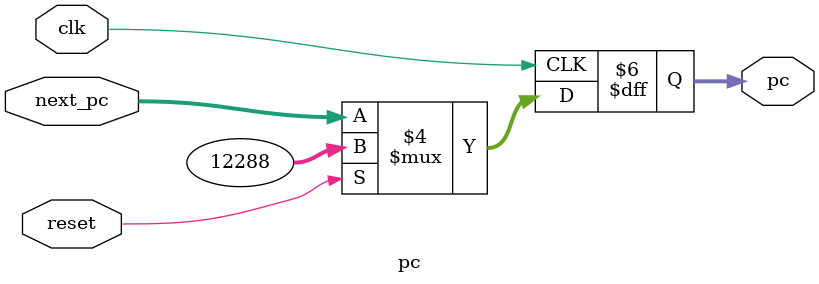
<source format=v>
`timescale 1ns / 1ps
module pc(
	input clk,
	input reset,
	input [31:0] next_pc,
	output reg [31:0] pc //´æ´¢ÏÖÔÚµÄpc
);
	parameter init = 32'h0000_3000;
	
	always @(posedge clk) begin //Í¬²½¸´Î»
		if (reset == 1'b1) begin
			pc <= init;
		end else begin
			pc <= next_pc;
			//$display("pc:%h", pc);
		end
	end


endmodule

</source>
